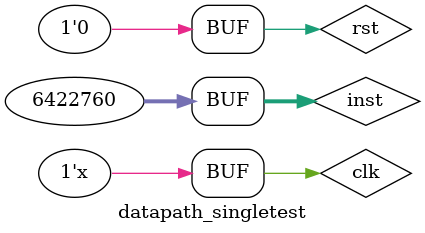
<source format=v>
`timescale 1ns / 1ps


module datapath_singletest;

	// Inputs
	reg clk;
	reg rst;
	reg [31:0]inst;

	// Outputs
	wire [63:0]aluout;

	// Instantiate the Unit Under Test (UUT)
	datapath_mux uut (
		.clk(clk), 
		.rst(rst), 
		.inst(inst), 
		.aluout(aluout)
	);

	always #15 clk = ~clk;

	initial begin
		// Initialize Inputs
		clk = 0;
		rst = 0;
		inst = 0;

		// Wait 100 ns for global reset to finish
		#100;
        
		// Add stimulus here
		#10 rst = 1;
		#50 rst = 0;
		#50;  // Wait 50 ns for global reset to finish

		#100 inst = 32'h00040023;  // ADD X3, X1, X4 (already written above-shown in hexformat)
		#100 inst = 32'h00220024;  // SUB X4, X1, X2 (already written above-shown in hexformat)
		#100 inst = 32'h00440027;  // AND X7, X1, X4
		#100 inst = 32'h006200E8;  // XOR X8, X7, X2


	end
      
endmodule


</source>
